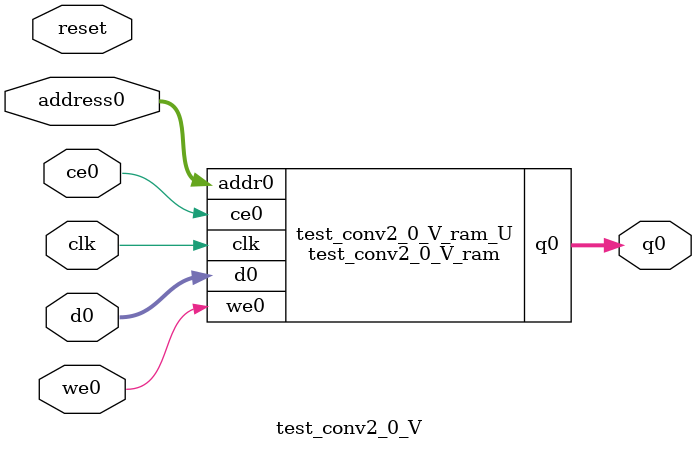
<source format=v>
`timescale 1 ns / 1 ps
module test_conv2_0_V_ram (addr0, ce0, d0, we0, q0,  clk);

parameter DWIDTH = 16;
parameter AWIDTH = 19;
parameter MEM_SIZE = 409600;

input[AWIDTH-1:0] addr0;
input ce0;
input[DWIDTH-1:0] d0;
input we0;
output reg[DWIDTH-1:0] q0;
input clk;

(* ram_style = "block" *)reg [DWIDTH-1:0] ram[0:MEM_SIZE-1];




always @(posedge clk)  
begin 
    if (ce0) begin
        if (we0) 
            ram[addr0] <= d0; 
        q0 <= ram[addr0];
    end
end


endmodule

`timescale 1 ns / 1 ps
module test_conv2_0_V(
    reset,
    clk,
    address0,
    ce0,
    we0,
    d0,
    q0);

parameter DataWidth = 32'd16;
parameter AddressRange = 32'd409600;
parameter AddressWidth = 32'd19;
input reset;
input clk;
input[AddressWidth - 1:0] address0;
input ce0;
input we0;
input[DataWidth - 1:0] d0;
output[DataWidth - 1:0] q0;



test_conv2_0_V_ram test_conv2_0_V_ram_U(
    .clk( clk ),
    .addr0( address0 ),
    .ce0( ce0 ),
    .we0( we0 ),
    .d0( d0 ),
    .q0( q0 ));

endmodule


</source>
